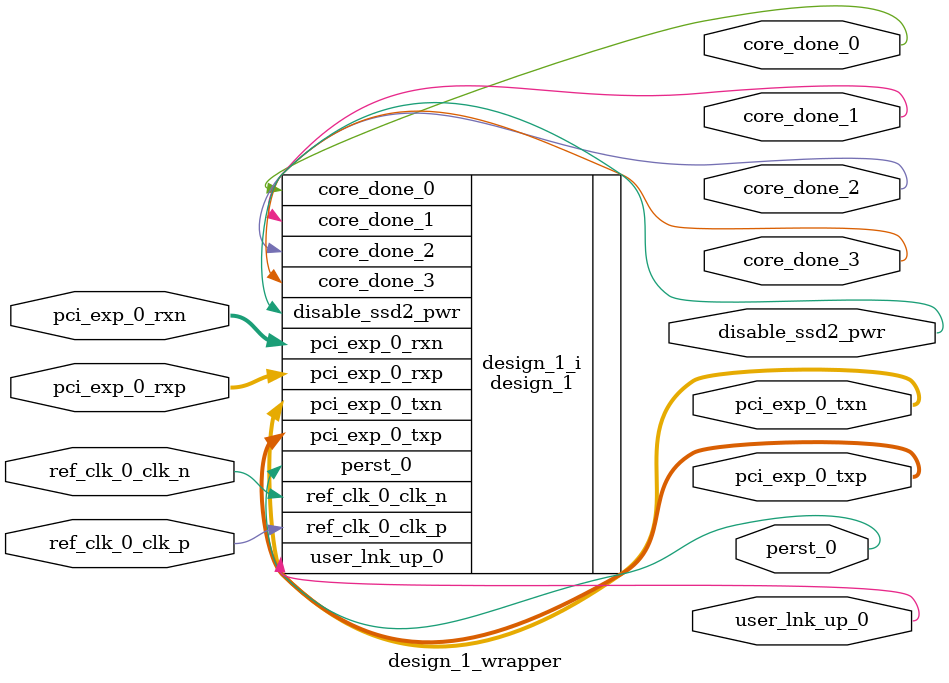
<source format=v>
`timescale 1 ps / 1 ps

module design_1_wrapper
   (core_done_0,
    core_done_1,
    core_done_2,
    core_done_3,
    disable_ssd2_pwr,
    pci_exp_0_rxn,
    pci_exp_0_rxp,
    pci_exp_0_txn,
    pci_exp_0_txp,
    perst_0,
    ref_clk_0_clk_n,
    ref_clk_0_clk_p,
    user_lnk_up_0);
  output core_done_0;
  output core_done_1;
  output core_done_2;
  output core_done_3;
  output [0:0]disable_ssd2_pwr;
  input [3:0]pci_exp_0_rxn;
  input [3:0]pci_exp_0_rxp;
  output [3:0]pci_exp_0_txn;
  output [3:0]pci_exp_0_txp;
  output [0:0]perst_0;
  input [0:0]ref_clk_0_clk_n;
  input [0:0]ref_clk_0_clk_p;
  output user_lnk_up_0;

  wire core_done_0;
  wire core_done_1;
  wire core_done_2;
  wire core_done_3;
  wire [0:0]disable_ssd2_pwr;
  wire [3:0]pci_exp_0_rxn;
  wire [3:0]pci_exp_0_rxp;
  wire [3:0]pci_exp_0_txn;
  wire [3:0]pci_exp_0_txp;
  wire [0:0]perst_0;
  wire [0:0]ref_clk_0_clk_n;
  wire [0:0]ref_clk_0_clk_p;
  wire user_lnk_up_0;

  design_1 design_1_i
       (.core_done_0(core_done_0),
        .core_done_1(core_done_1),
        .core_done_2(core_done_2),
        .core_done_3(core_done_3),
        .disable_ssd2_pwr(disable_ssd2_pwr),
        .pci_exp_0_rxn(pci_exp_0_rxn),
        .pci_exp_0_rxp(pci_exp_0_rxp),
        .pci_exp_0_txn(pci_exp_0_txn),
        .pci_exp_0_txp(pci_exp_0_txp),
        .perst_0(perst_0),
        .ref_clk_0_clk_n(ref_clk_0_clk_n),
        .ref_clk_0_clk_p(ref_clk_0_clk_p),
        .user_lnk_up_0(user_lnk_up_0));
endmodule

</source>
